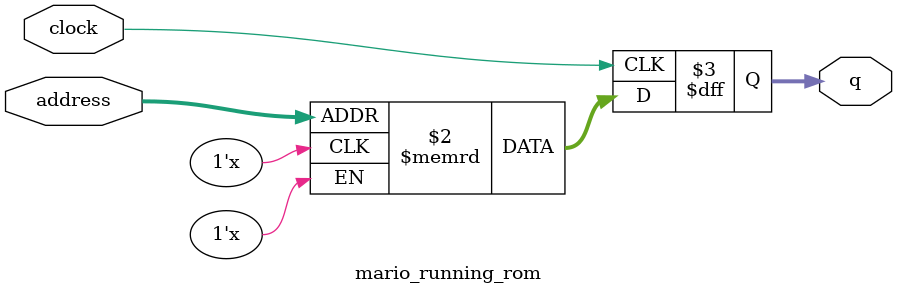
<source format=sv>
module mario_running_rom (
	input logic clock,
	input logic [9:0] address,
	output logic [2:0] q
);

logic [2:0] memory [0:1023] /* synthesis ram_init_file = "./mario_running/mario_running.COE" */;

always_ff @ (posedge clock) begin
	q <= memory[address];
end

endmodule

</source>
